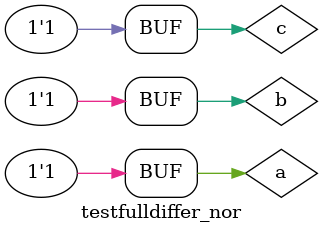
<source format=v>


module fulldiffer_nor (c0,c1,r,s,t);
output c0,c1;
input r,s,t;

halfdiffer_nor HA1 (cout,carry,r,s);
halfdiffer_nor HA2 (cout2,c0,cout,t);
or_nor OR1 (c1,carry,cout2);

endmodule // full_differ




/// -------------------------------
// -- half differ with NOR gate
// -------------------------------

module halfdiffer_nor (s0, s1, a, b);
 output s0,s1;
 input  a, b;
 
  xor_nor XOR1 (s0,a,b);
  not_nor NOT1(temp1, a);
  and_nor AND1 (s1,temp1,b);

endmodule // halfdiffer_nor

// ---------------------
// -- xor with NOR gate
// ---------------------

module xor_nor (s, a, b);
 output s;
 input  a, b;
 wire temp1,temp2,temp3,temp4,temp5,temp6;
 
  nor NOR1 (temp1,b,b);
  nor NOR2 (temp2,a,a);
  nor NOR3 (temp3,a,temp1);
  nor NOR4 (temp4,b,temp2);
  nor NOR5 (temp5, temp3, temp4); 
  nor NOR6 (s, temp5, temp5); 
  
endmodule // xor_nor


// ---------------------
// -- and with NOR gate
// ---------------------

module and_nor (s, a, b);
 output s;
 input  a, b;
 wire temp1,temp2;
 
  nor NOR1 (temp1,a,a);
  nor NOR2 (temp2,b,b);
  nor NOR3 (s, temp1,temp2);

endmodule // and_nor

// ---------------------
// -- or with NOR gate
// ---------------------

module or_nor (s, a, b);
 output s;
 input  a, b;
 wire temp1;
 
  nor NOR1 (temp1,a,b);
  nor NOR2 (s,temp1,temp1);
  
endmodule // or_nor

// ---------------------
// -- not with NOR gate
// ---------------------

module not_nor (s, a);
 output s;
 input  a;
 
  nor NOR1 (s,a,a);
  
endmodule // not_nor



// -----------------------------
// -- test fulldiffer_with_nor
// -----------------------------

module testfulldiffer_nor;
 reg   a,b,c;
 wire  s0,s1,s2;
          
// instancia
 fulldiffer_nor HA1 (s0,s1,a,b,c);
 
 initial begin:start
      a=0; b=0;c=0;
 end
 
 
 // parte principal
 initial begin:main
      $display("Guia 04_03 - Alyson Deives - 416589");
      $display("FULL DIFFER com portas NOR\n");
		$display("\nA + B = S\n");
      $monitor("%b - %b - %b = %b%b", a, b, c, s0,s1);
  #1  a=0; b=0;c=0;
  #1  a=0; b=0;c=1;
  #1  a=0; b=1;c=0;
  #1  a=0; b=1;c=1;
  #1  a=1; b=0;c=0;
  #1  a=1; b=0;c=1;
  #1  a=1; b=1;c=0;
  #1  a=1; b=1;c=1; 
  end

endmodule // testhalfdiffer_nor


// -----------------------------
// -- TESTE
// -----------------------------

//-- 	Guia 04_03 - Alyson Deives - 416589
//-- 	FULL DIFFER com portas NOR
//-- 
//-- 
//-- 	A - B - C = S
//-- 
//-- 	0 - 0 - 0 = 00
//-- 	0 - 0 - 1 = 11
//-- 	0 - 1 - 0 = 01
//-- 	0 - 1 - 1 = 00
//-- 	1 - 0 - 0 = 01
//-- 	1 - 0 - 1 = 00
//-- 	1 - 1 - 0 = 00
//-- 	1 - 1 - 1 = 11
//
// -- PS: Não consegui identificar o erro
</source>
